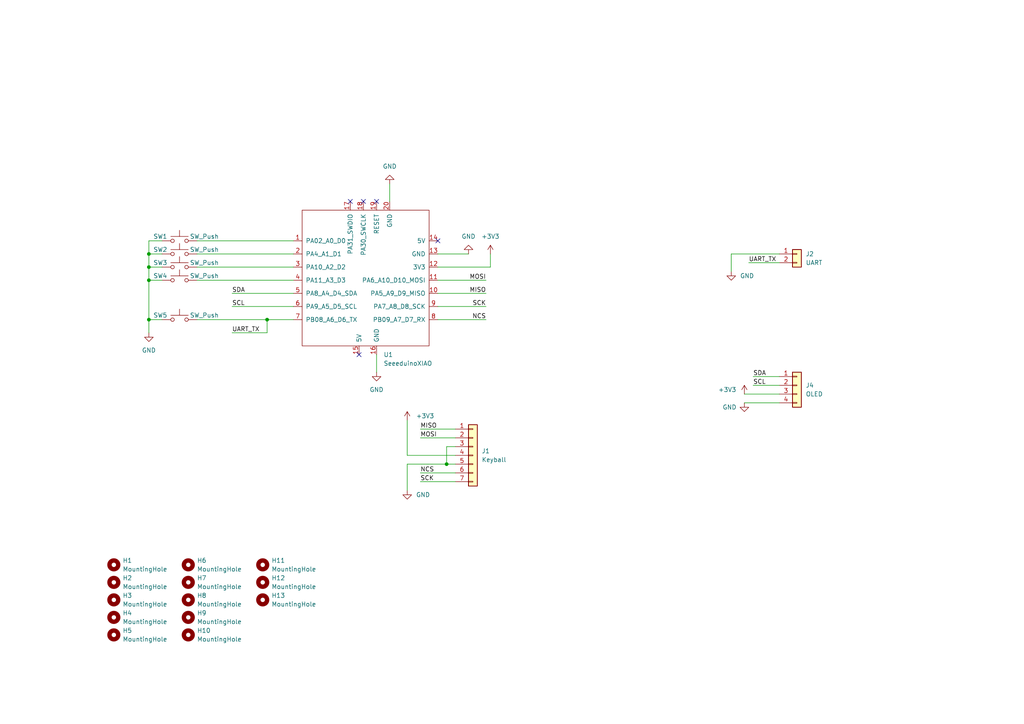
<source format=kicad_sch>
(kicad_sch (version 20211123) (generator eeschema)

  (uuid e63e39d7-6ac0-4ffd-8aa3-1841a4541b55)

  (paper "A4")

  (title_block
    (title "YUIOP/Pointing Device")
    (date "2023-01-24")
    (rev "2")
    (company "KaoriYa")
  )

  (lib_symbols
    (symbol "Connector_Generic:Conn_01x02" (pin_names (offset 1.016) hide) (in_bom yes) (on_board yes)
      (property "Reference" "J" (id 0) (at 0 2.54 0)
        (effects (font (size 1.27 1.27)))
      )
      (property "Value" "Conn_01x02" (id 1) (at 0 -5.08 0)
        (effects (font (size 1.27 1.27)))
      )
      (property "Footprint" "" (id 2) (at 0 0 0)
        (effects (font (size 1.27 1.27)) hide)
      )
      (property "Datasheet" "~" (id 3) (at 0 0 0)
        (effects (font (size 1.27 1.27)) hide)
      )
      (property "ki_keywords" "connector" (id 4) (at 0 0 0)
        (effects (font (size 1.27 1.27)) hide)
      )
      (property "ki_description" "Generic connector, single row, 01x02, script generated (kicad-library-utils/schlib/autogen/connector/)" (id 5) (at 0 0 0)
        (effects (font (size 1.27 1.27)) hide)
      )
      (property "ki_fp_filters" "Connector*:*_1x??_*" (id 6) (at 0 0 0)
        (effects (font (size 1.27 1.27)) hide)
      )
      (symbol "Conn_01x02_1_1"
        (rectangle (start -1.27 -2.413) (end 0 -2.667)
          (stroke (width 0.1524) (type default) (color 0 0 0 0))
          (fill (type none))
        )
        (rectangle (start -1.27 0.127) (end 0 -0.127)
          (stroke (width 0.1524) (type default) (color 0 0 0 0))
          (fill (type none))
        )
        (rectangle (start -1.27 1.27) (end 1.27 -3.81)
          (stroke (width 0.254) (type default) (color 0 0 0 0))
          (fill (type background))
        )
        (pin passive line (at -5.08 0 0) (length 3.81)
          (name "Pin_1" (effects (font (size 1.27 1.27))))
          (number "1" (effects (font (size 1.27 1.27))))
        )
        (pin passive line (at -5.08 -2.54 0) (length 3.81)
          (name "Pin_2" (effects (font (size 1.27 1.27))))
          (number "2" (effects (font (size 1.27 1.27))))
        )
      )
    )
    (symbol "Connector_Generic:Conn_01x04" (pin_names (offset 1.016) hide) (in_bom yes) (on_board yes)
      (property "Reference" "J" (id 0) (at 0 5.08 0)
        (effects (font (size 1.27 1.27)))
      )
      (property "Value" "Conn_01x04" (id 1) (at 0 -7.62 0)
        (effects (font (size 1.27 1.27)))
      )
      (property "Footprint" "" (id 2) (at 0 0 0)
        (effects (font (size 1.27 1.27)) hide)
      )
      (property "Datasheet" "~" (id 3) (at 0 0 0)
        (effects (font (size 1.27 1.27)) hide)
      )
      (property "ki_keywords" "connector" (id 4) (at 0 0 0)
        (effects (font (size 1.27 1.27)) hide)
      )
      (property "ki_description" "Generic connector, single row, 01x04, script generated (kicad-library-utils/schlib/autogen/connector/)" (id 5) (at 0 0 0)
        (effects (font (size 1.27 1.27)) hide)
      )
      (property "ki_fp_filters" "Connector*:*_1x??_*" (id 6) (at 0 0 0)
        (effects (font (size 1.27 1.27)) hide)
      )
      (symbol "Conn_01x04_1_1"
        (rectangle (start -1.27 -4.953) (end 0 -5.207)
          (stroke (width 0.1524) (type default) (color 0 0 0 0))
          (fill (type none))
        )
        (rectangle (start -1.27 -2.413) (end 0 -2.667)
          (stroke (width 0.1524) (type default) (color 0 0 0 0))
          (fill (type none))
        )
        (rectangle (start -1.27 0.127) (end 0 -0.127)
          (stroke (width 0.1524) (type default) (color 0 0 0 0))
          (fill (type none))
        )
        (rectangle (start -1.27 2.667) (end 0 2.413)
          (stroke (width 0.1524) (type default) (color 0 0 0 0))
          (fill (type none))
        )
        (rectangle (start -1.27 3.81) (end 1.27 -6.35)
          (stroke (width 0.254) (type default) (color 0 0 0 0))
          (fill (type background))
        )
        (pin passive line (at -5.08 2.54 0) (length 3.81)
          (name "Pin_1" (effects (font (size 1.27 1.27))))
          (number "1" (effects (font (size 1.27 1.27))))
        )
        (pin passive line (at -5.08 0 0) (length 3.81)
          (name "Pin_2" (effects (font (size 1.27 1.27))))
          (number "2" (effects (font (size 1.27 1.27))))
        )
        (pin passive line (at -5.08 -2.54 0) (length 3.81)
          (name "Pin_3" (effects (font (size 1.27 1.27))))
          (number "3" (effects (font (size 1.27 1.27))))
        )
        (pin passive line (at -5.08 -5.08 0) (length 3.81)
          (name "Pin_4" (effects (font (size 1.27 1.27))))
          (number "4" (effects (font (size 1.27 1.27))))
        )
      )
    )
    (symbol "Connector_Generic:Conn_01x07" (pin_names (offset 1.016) hide) (in_bom yes) (on_board yes)
      (property "Reference" "J" (id 0) (at 0 10.16 0)
        (effects (font (size 1.27 1.27)))
      )
      (property "Value" "Conn_01x07" (id 1) (at 0 -10.16 0)
        (effects (font (size 1.27 1.27)))
      )
      (property "Footprint" "" (id 2) (at 0 0 0)
        (effects (font (size 1.27 1.27)) hide)
      )
      (property "Datasheet" "~" (id 3) (at 0 0 0)
        (effects (font (size 1.27 1.27)) hide)
      )
      (property "ki_keywords" "connector" (id 4) (at 0 0 0)
        (effects (font (size 1.27 1.27)) hide)
      )
      (property "ki_description" "Generic connector, single row, 01x07, script generated (kicad-library-utils/schlib/autogen/connector/)" (id 5) (at 0 0 0)
        (effects (font (size 1.27 1.27)) hide)
      )
      (property "ki_fp_filters" "Connector*:*_1x??_*" (id 6) (at 0 0 0)
        (effects (font (size 1.27 1.27)) hide)
      )
      (symbol "Conn_01x07_1_1"
        (rectangle (start -1.27 -7.493) (end 0 -7.747)
          (stroke (width 0.1524) (type default) (color 0 0 0 0))
          (fill (type none))
        )
        (rectangle (start -1.27 -4.953) (end 0 -5.207)
          (stroke (width 0.1524) (type default) (color 0 0 0 0))
          (fill (type none))
        )
        (rectangle (start -1.27 -2.413) (end 0 -2.667)
          (stroke (width 0.1524) (type default) (color 0 0 0 0))
          (fill (type none))
        )
        (rectangle (start -1.27 0.127) (end 0 -0.127)
          (stroke (width 0.1524) (type default) (color 0 0 0 0))
          (fill (type none))
        )
        (rectangle (start -1.27 2.667) (end 0 2.413)
          (stroke (width 0.1524) (type default) (color 0 0 0 0))
          (fill (type none))
        )
        (rectangle (start -1.27 5.207) (end 0 4.953)
          (stroke (width 0.1524) (type default) (color 0 0 0 0))
          (fill (type none))
        )
        (rectangle (start -1.27 7.747) (end 0 7.493)
          (stroke (width 0.1524) (type default) (color 0 0 0 0))
          (fill (type none))
        )
        (rectangle (start -1.27 8.89) (end 1.27 -8.89)
          (stroke (width 0.254) (type default) (color 0 0 0 0))
          (fill (type background))
        )
        (pin passive line (at -5.08 7.62 0) (length 3.81)
          (name "Pin_1" (effects (font (size 1.27 1.27))))
          (number "1" (effects (font (size 1.27 1.27))))
        )
        (pin passive line (at -5.08 5.08 0) (length 3.81)
          (name "Pin_2" (effects (font (size 1.27 1.27))))
          (number "2" (effects (font (size 1.27 1.27))))
        )
        (pin passive line (at -5.08 2.54 0) (length 3.81)
          (name "Pin_3" (effects (font (size 1.27 1.27))))
          (number "3" (effects (font (size 1.27 1.27))))
        )
        (pin passive line (at -5.08 0 0) (length 3.81)
          (name "Pin_4" (effects (font (size 1.27 1.27))))
          (number "4" (effects (font (size 1.27 1.27))))
        )
        (pin passive line (at -5.08 -2.54 0) (length 3.81)
          (name "Pin_5" (effects (font (size 1.27 1.27))))
          (number "5" (effects (font (size 1.27 1.27))))
        )
        (pin passive line (at -5.08 -5.08 0) (length 3.81)
          (name "Pin_6" (effects (font (size 1.27 1.27))))
          (number "6" (effects (font (size 1.27 1.27))))
        )
        (pin passive line (at -5.08 -7.62 0) (length 3.81)
          (name "Pin_7" (effects (font (size 1.27 1.27))))
          (number "7" (effects (font (size 1.27 1.27))))
        )
      )
    )
    (symbol "Mechanical:MountingHole" (pin_names (offset 1.016)) (in_bom yes) (on_board yes)
      (property "Reference" "H" (id 0) (at 0 5.08 0)
        (effects (font (size 1.27 1.27)))
      )
      (property "Value" "MountingHole" (id 1) (at 0 3.175 0)
        (effects (font (size 1.27 1.27)))
      )
      (property "Footprint" "" (id 2) (at 0 0 0)
        (effects (font (size 1.27 1.27)) hide)
      )
      (property "Datasheet" "~" (id 3) (at 0 0 0)
        (effects (font (size 1.27 1.27)) hide)
      )
      (property "ki_keywords" "mounting hole" (id 4) (at 0 0 0)
        (effects (font (size 1.27 1.27)) hide)
      )
      (property "ki_description" "Mounting Hole without connection" (id 5) (at 0 0 0)
        (effects (font (size 1.27 1.27)) hide)
      )
      (property "ki_fp_filters" "MountingHole*" (id 6) (at 0 0 0)
        (effects (font (size 1.27 1.27)) hide)
      )
      (symbol "MountingHole_0_1"
        (circle (center 0 0) (radius 1.27)
          (stroke (width 1.27) (type default) (color 0 0 0 0))
          (fill (type none))
        )
      )
    )
    (symbol "Seeeduino XIAO:SeeeduinoXIAO" (pin_names (offset 1.016)) (in_bom yes) (on_board yes)
      (property "Reference" "U" (id 0) (at -19.05 22.86 0)
        (effects (font (size 1.27 1.27)))
      )
      (property "Value" "SeeeduinoXIAO" (id 1) (at -12.7 21.59 0)
        (effects (font (size 1.27 1.27)))
      )
      (property "Footprint" "" (id 2) (at -8.89 5.08 0)
        (effects (font (size 1.27 1.27)) hide)
      )
      (property "Datasheet" "" (id 3) (at -8.89 5.08 0)
        (effects (font (size 1.27 1.27)) hide)
      )
      (symbol "SeeeduinoXIAO_0_1"
        (rectangle (start -19.05 20.32) (end 17.78 -19.05)
          (stroke (width 0) (type default) (color 0 0 0 0))
          (fill (type none))
        )
      )
      (symbol "SeeeduinoXIAO_1_1"
        (pin bidirectional line (at -21.59 11.43 0) (length 2.54)
          (name "PA02_A0_D0" (effects (font (size 1.27 1.27))))
          (number "1" (effects (font (size 1.27 1.27))))
        )
        (pin bidirectional line (at 20.32 -3.81 180) (length 2.54)
          (name "PA5_A9_D9_MISO" (effects (font (size 1.27 1.27))))
          (number "10" (effects (font (size 1.27 1.27))))
        )
        (pin bidirectional line (at 20.32 0 180) (length 2.54)
          (name "PA6_A10_D10_MOSI" (effects (font (size 1.27 1.27))))
          (number "11" (effects (font (size 1.27 1.27))))
        )
        (pin power_out line (at 20.32 3.81 180) (length 2.54)
          (name "3V3" (effects (font (size 1.27 1.27))))
          (number "12" (effects (font (size 1.27 1.27))))
        )
        (pin power_out line (at 20.32 7.62 180) (length 2.54)
          (name "GND" (effects (font (size 1.27 1.27))))
          (number "13" (effects (font (size 1.27 1.27))))
        )
        (pin power_out line (at 20.32 11.43 180) (length 2.54)
          (name "5V" (effects (font (size 1.27 1.27))))
          (number "14" (effects (font (size 1.27 1.27))))
        )
        (pin passive line (at -2.54 -21.59 90) (length 2.54)
          (name "5V" (effects (font (size 1.27 1.27))))
          (number "15" (effects (font (size 1.27 1.27))))
        )
        (pin passive line (at 2.54 -21.59 90) (length 2.54)
          (name "GND" (effects (font (size 1.27 1.27))))
          (number "16" (effects (font (size 1.27 1.27))))
        )
        (pin input line (at -5.08 22.86 270) (length 2.54)
          (name "PA31_SWDIO" (effects (font (size 1.27 1.27))))
          (number "17" (effects (font (size 1.27 1.27))))
        )
        (pin input line (at -1.27 22.86 270) (length 2.54)
          (name "PA30_SWCLK" (effects (font (size 1.27 1.27))))
          (number "18" (effects (font (size 1.27 1.27))))
        )
        (pin input line (at 2.54 22.86 270) (length 2.54)
          (name "RESET" (effects (font (size 1.27 1.27))))
          (number "19" (effects (font (size 1.27 1.27))))
        )
        (pin bidirectional line (at -21.59 7.62 0) (length 2.54)
          (name "PA4_A1_D1" (effects (font (size 1.27 1.27))))
          (number "2" (effects (font (size 1.27 1.27))))
        )
        (pin passive line (at 6.35 22.86 270) (length 2.54)
          (name "GND" (effects (font (size 1.27 1.27))))
          (number "20" (effects (font (size 1.27 1.27))))
        )
        (pin bidirectional line (at -21.59 3.81 0) (length 2.54)
          (name "PA10_A2_D2" (effects (font (size 1.27 1.27))))
          (number "3" (effects (font (size 1.27 1.27))))
        )
        (pin bidirectional line (at -21.59 0 0) (length 2.54)
          (name "PA11_A3_D3" (effects (font (size 1.27 1.27))))
          (number "4" (effects (font (size 1.27 1.27))))
        )
        (pin bidirectional line (at -21.59 -3.81 0) (length 2.54)
          (name "PA8_A4_D4_SDA" (effects (font (size 1.27 1.27))))
          (number "5" (effects (font (size 1.27 1.27))))
        )
        (pin bidirectional line (at -21.59 -7.62 0) (length 2.54)
          (name "PA9_A5_D5_SCL" (effects (font (size 1.27 1.27))))
          (number "6" (effects (font (size 1.27 1.27))))
        )
        (pin bidirectional line (at -21.59 -11.43 0) (length 2.54)
          (name "PB08_A6_D6_TX" (effects (font (size 1.27 1.27))))
          (number "7" (effects (font (size 1.27 1.27))))
        )
        (pin bidirectional line (at 20.32 -11.43 180) (length 2.54)
          (name "PB09_A7_D7_RX" (effects (font (size 1.27 1.27))))
          (number "8" (effects (font (size 1.27 1.27))))
        )
        (pin bidirectional line (at 20.32 -7.62 180) (length 2.54)
          (name "PA7_A8_D8_SCK" (effects (font (size 1.27 1.27))))
          (number "9" (effects (font (size 1.27 1.27))))
        )
      )
    )
    (symbol "Switch:SW_Push" (pin_numbers hide) (pin_names (offset 1.016) hide) (in_bom yes) (on_board yes)
      (property "Reference" "SW" (id 0) (at 1.27 2.54 0)
        (effects (font (size 1.27 1.27)) (justify left))
      )
      (property "Value" "SW_Push" (id 1) (at 0 -1.524 0)
        (effects (font (size 1.27 1.27)))
      )
      (property "Footprint" "" (id 2) (at 0 5.08 0)
        (effects (font (size 1.27 1.27)) hide)
      )
      (property "Datasheet" "~" (id 3) (at 0 5.08 0)
        (effects (font (size 1.27 1.27)) hide)
      )
      (property "ki_keywords" "switch normally-open pushbutton push-button" (id 4) (at 0 0 0)
        (effects (font (size 1.27 1.27)) hide)
      )
      (property "ki_description" "Push button switch, generic, two pins" (id 5) (at 0 0 0)
        (effects (font (size 1.27 1.27)) hide)
      )
      (symbol "SW_Push_0_1"
        (circle (center -2.032 0) (radius 0.508)
          (stroke (width 0) (type default) (color 0 0 0 0))
          (fill (type none))
        )
        (polyline
          (pts
            (xy 0 1.27)
            (xy 0 3.048)
          )
          (stroke (width 0) (type default) (color 0 0 0 0))
          (fill (type none))
        )
        (polyline
          (pts
            (xy 2.54 1.27)
            (xy -2.54 1.27)
          )
          (stroke (width 0) (type default) (color 0 0 0 0))
          (fill (type none))
        )
        (circle (center 2.032 0) (radius 0.508)
          (stroke (width 0) (type default) (color 0 0 0 0))
          (fill (type none))
        )
        (pin passive line (at -5.08 0 0) (length 2.54)
          (name "1" (effects (font (size 1.27 1.27))))
          (number "1" (effects (font (size 1.27 1.27))))
        )
        (pin passive line (at 5.08 0 180) (length 2.54)
          (name "2" (effects (font (size 1.27 1.27))))
          (number "2" (effects (font (size 1.27 1.27))))
        )
      )
    )
    (symbol "power:+3.3V" (power) (pin_names (offset 0)) (in_bom yes) (on_board yes)
      (property "Reference" "#PWR" (id 0) (at 0 -3.81 0)
        (effects (font (size 1.27 1.27)) hide)
      )
      (property "Value" "+3.3V" (id 1) (at 0 3.556 0)
        (effects (font (size 1.27 1.27)))
      )
      (property "Footprint" "" (id 2) (at 0 0 0)
        (effects (font (size 1.27 1.27)) hide)
      )
      (property "Datasheet" "" (id 3) (at 0 0 0)
        (effects (font (size 1.27 1.27)) hide)
      )
      (property "ki_keywords" "power-flag" (id 4) (at 0 0 0)
        (effects (font (size 1.27 1.27)) hide)
      )
      (property "ki_description" "Power symbol creates a global label with name \"+3.3V\"" (id 5) (at 0 0 0)
        (effects (font (size 1.27 1.27)) hide)
      )
      (symbol "+3.3V_0_1"
        (polyline
          (pts
            (xy -0.762 1.27)
            (xy 0 2.54)
          )
          (stroke (width 0) (type default) (color 0 0 0 0))
          (fill (type none))
        )
        (polyline
          (pts
            (xy 0 0)
            (xy 0 2.54)
          )
          (stroke (width 0) (type default) (color 0 0 0 0))
          (fill (type none))
        )
        (polyline
          (pts
            (xy 0 2.54)
            (xy 0.762 1.27)
          )
          (stroke (width 0) (type default) (color 0 0 0 0))
          (fill (type none))
        )
      )
      (symbol "+3.3V_1_1"
        (pin power_in line (at 0 0 90) (length 0) hide
          (name "+3V3" (effects (font (size 1.27 1.27))))
          (number "1" (effects (font (size 1.27 1.27))))
        )
      )
    )
    (symbol "power:GND" (power) (pin_names (offset 0)) (in_bom yes) (on_board yes)
      (property "Reference" "#PWR" (id 0) (at 0 -6.35 0)
        (effects (font (size 1.27 1.27)) hide)
      )
      (property "Value" "GND" (id 1) (at 0 -3.81 0)
        (effects (font (size 1.27 1.27)))
      )
      (property "Footprint" "" (id 2) (at 0 0 0)
        (effects (font (size 1.27 1.27)) hide)
      )
      (property "Datasheet" "" (id 3) (at 0 0 0)
        (effects (font (size 1.27 1.27)) hide)
      )
      (property "ki_keywords" "power-flag" (id 4) (at 0 0 0)
        (effects (font (size 1.27 1.27)) hide)
      )
      (property "ki_description" "Power symbol creates a global label with name \"GND\" , ground" (id 5) (at 0 0 0)
        (effects (font (size 1.27 1.27)) hide)
      )
      (symbol "GND_0_1"
        (polyline
          (pts
            (xy 0 0)
            (xy 0 -1.27)
            (xy 1.27 -1.27)
            (xy 0 -2.54)
            (xy -1.27 -1.27)
            (xy 0 -1.27)
          )
          (stroke (width 0) (type default) (color 0 0 0 0))
          (fill (type none))
        )
      )
      (symbol "GND_1_1"
        (pin power_in line (at 0 0 270) (length 0) hide
          (name "GND" (effects (font (size 1.27 1.27))))
          (number "1" (effects (font (size 1.27 1.27))))
        )
      )
    )
  )

  (junction (at 77.47 92.71) (diameter 0) (color 0 0 0 0)
    (uuid 4384aeef-a6b9-466b-97c7-12cdbede1029)
  )
  (junction (at 43.18 92.71) (diameter 0) (color 0 0 0 0)
    (uuid 55ea9dde-331a-4554-860a-c240f1736cb7)
  )
  (junction (at 43.18 81.28) (diameter 0) (color 0 0 0 0)
    (uuid 72a60773-fb53-48f9-a0c1-b7662530b9c6)
  )
  (junction (at 43.18 73.66) (diameter 0) (color 0 0 0 0)
    (uuid a63fa092-b51d-4769-9900-3d186d0d2341)
  )
  (junction (at 129.54 134.62) (diameter 0) (color 0 0 0 0)
    (uuid dc6eeb0d-5778-4ee0-9336-98c770561600)
  )
  (junction (at 43.18 77.47) (diameter 0) (color 0 0 0 0)
    (uuid ece4f2d6-da35-4f73-a392-20b15cb113cb)
  )

  (no_connect (at 104.14 102.87) (uuid 0a36ee82-75f1-43a0-99fc-2cdeea7d1c1c))
  (no_connect (at 127 69.85) (uuid 0f5ea72f-df2e-4f0f-8456-f8b5d2c7d982))
  (no_connect (at 101.6 58.42) (uuid d43221d1-87f4-4ac1-9c13-f0572b2d8d4f))
  (no_connect (at 105.41 58.42) (uuid d43221d1-87f4-4ac1-9c13-f0572b2d8d50))
  (no_connect (at 109.22 58.42) (uuid d43221d1-87f4-4ac1-9c13-f0572b2d8d51))

  (wire (pts (xy 129.54 134.62) (xy 132.08 134.62))
    (stroke (width 0) (type default) (color 0 0 0 0))
    (uuid 04f8a683-d9f4-470b-b943-b367d724faf0)
  )
  (wire (pts (xy 127 81.28) (xy 140.97 81.28))
    (stroke (width 0) (type default) (color 0 0 0 0))
    (uuid 058eefd2-7cea-42dd-9096-ad0a8ac5a1b9)
  )
  (wire (pts (xy 118.11 134.62) (xy 129.54 134.62))
    (stroke (width 0) (type default) (color 0 0 0 0))
    (uuid 0fa79783-2a83-4ddf-abad-1288fc5f086b)
  )
  (wire (pts (xy 226.06 73.66) (xy 212.09 73.66))
    (stroke (width 0) (type default) (color 0 0 0 0))
    (uuid 19b34829-0d2b-4d7e-88d0-18f60c5e9fb7)
  )
  (wire (pts (xy 43.18 69.85) (xy 46.99 69.85))
    (stroke (width 0) (type default) (color 0 0 0 0))
    (uuid 1d1bfc39-c5dc-4c98-8688-306b8d82e0fe)
  )
  (wire (pts (xy 127 88.9) (xy 140.97 88.9))
    (stroke (width 0) (type default) (color 0 0 0 0))
    (uuid 21e46ce2-bf6c-43c1-9fdf-ca7848b8cb0f)
  )
  (wire (pts (xy 43.18 92.71) (xy 43.18 96.52))
    (stroke (width 0) (type default) (color 0 0 0 0))
    (uuid 25626f49-87e9-479d-8738-906a51e3124e)
  )
  (wire (pts (xy 43.18 77.47) (xy 43.18 73.66))
    (stroke (width 0) (type default) (color 0 0 0 0))
    (uuid 272b8f9b-509b-4334-9203-94dd2c774c71)
  )
  (wire (pts (xy 127 92.71) (xy 140.97 92.71))
    (stroke (width 0) (type default) (color 0 0 0 0))
    (uuid 312803dd-1d16-4c4e-8d8a-81ad7652923d)
  )
  (wire (pts (xy 215.9 116.84) (xy 226.06 116.84))
    (stroke (width 0) (type default) (color 0 0 0 0))
    (uuid 35d7ba63-ee57-44ef-b718-2214fa66ee12)
  )
  (wire (pts (xy 118.11 121.92) (xy 118.11 132.08))
    (stroke (width 0) (type default) (color 0 0 0 0))
    (uuid 37a7325a-9a7e-402e-aa13-cd5cb94f03ba)
  )
  (wire (pts (xy 121.92 139.7) (xy 132.08 139.7))
    (stroke (width 0) (type default) (color 0 0 0 0))
    (uuid 3907b815-6593-4040-b995-f9ccf99cb2f4)
  )
  (wire (pts (xy 77.47 96.52) (xy 77.47 92.71))
    (stroke (width 0) (type default) (color 0 0 0 0))
    (uuid 4288864c-95f9-4060-ba3d-a43ed8f9bc55)
  )
  (wire (pts (xy 57.15 81.28) (xy 85.09 81.28))
    (stroke (width 0) (type default) (color 0 0 0 0))
    (uuid 43ccb305-0c8d-4883-bf2f-4b5bd90b3542)
  )
  (wire (pts (xy 57.15 77.47) (xy 85.09 77.47))
    (stroke (width 0) (type default) (color 0 0 0 0))
    (uuid 4d76d039-2c78-4e3c-88fa-048a144bb756)
  )
  (wire (pts (xy 109.22 107.95) (xy 109.22 102.87))
    (stroke (width 0) (type default) (color 0 0 0 0))
    (uuid 50d99407-e336-4e8c-bc76-b44e03170db3)
  )
  (wire (pts (xy 43.18 73.66) (xy 46.99 73.66))
    (stroke (width 0) (type default) (color 0 0 0 0))
    (uuid 51a2bf65-23cb-4b7d-b16a-74de8b84817f)
  )
  (wire (pts (xy 121.92 137.16) (xy 132.08 137.16))
    (stroke (width 0) (type default) (color 0 0 0 0))
    (uuid 5aeba9c8-62ad-4eb0-832e-766fa11c2efd)
  )
  (wire (pts (xy 218.44 111.76) (xy 226.06 111.76))
    (stroke (width 0) (type default) (color 0 0 0 0))
    (uuid 5d26ab4a-a4ae-4422-9f30-afdcaba07c32)
  )
  (wire (pts (xy 67.31 88.9) (xy 85.09 88.9))
    (stroke (width 0) (type default) (color 0 0 0 0))
    (uuid 5fec5323-deb1-41a6-97ba-e7046195b822)
  )
  (wire (pts (xy 113.03 53.34) (xy 113.03 58.42))
    (stroke (width 0) (type default) (color 0 0 0 0))
    (uuid 6864b391-3266-4d12-9f94-cc124760125c)
  )
  (wire (pts (xy 212.09 73.66) (xy 212.09 78.74))
    (stroke (width 0) (type default) (color 0 0 0 0))
    (uuid 6e8cb976-835d-4dea-921c-d814d852f4cb)
  )
  (wire (pts (xy 67.31 96.52) (xy 77.47 96.52))
    (stroke (width 0) (type default) (color 0 0 0 0))
    (uuid 782d7472-093c-4786-8448-81757cf4453b)
  )
  (wire (pts (xy 129.54 129.54) (xy 129.54 134.62))
    (stroke (width 0) (type default) (color 0 0 0 0))
    (uuid 7a14ca6d-e947-4fbe-b46e-003aca454e05)
  )
  (wire (pts (xy 121.92 124.46) (xy 132.08 124.46))
    (stroke (width 0) (type default) (color 0 0 0 0))
    (uuid 7ea81248-e54c-4e30-8f05-1c864ba4edb1)
  )
  (wire (pts (xy 57.15 73.66) (xy 85.09 73.66))
    (stroke (width 0) (type default) (color 0 0 0 0))
    (uuid 86cf8995-8aa3-4c6a-a7d4-6837f8788306)
  )
  (wire (pts (xy 43.18 73.66) (xy 43.18 69.85))
    (stroke (width 0) (type default) (color 0 0 0 0))
    (uuid 8867861e-66c4-43d7-a638-6d94a860d3ea)
  )
  (wire (pts (xy 77.47 92.71) (xy 85.09 92.71))
    (stroke (width 0) (type default) (color 0 0 0 0))
    (uuid 88a6a9a1-fa77-4856-bdab-c9723587977a)
  )
  (wire (pts (xy 43.18 81.28) (xy 43.18 77.47))
    (stroke (width 0) (type default) (color 0 0 0 0))
    (uuid 986f78bc-632a-4725-81f2-02d794445cf9)
  )
  (wire (pts (xy 142.24 77.47) (xy 142.24 73.66))
    (stroke (width 0) (type default) (color 0 0 0 0))
    (uuid 9bf4934d-8fb9-4871-b6e2-2adad7e4b4bc)
  )
  (wire (pts (xy 218.44 109.22) (xy 226.06 109.22))
    (stroke (width 0) (type default) (color 0 0 0 0))
    (uuid 9f95ad0c-e1ad-4a1e-ac2e-ab257fe80636)
  )
  (wire (pts (xy 118.11 142.24) (xy 118.11 134.62))
    (stroke (width 0) (type default) (color 0 0 0 0))
    (uuid aa74ddf8-3423-4c0d-8636-d2a6cd775b1c)
  )
  (wire (pts (xy 121.92 127) (xy 132.08 127))
    (stroke (width 0) (type default) (color 0 0 0 0))
    (uuid aeccd457-2a5f-42f9-b34e-58997a487a37)
  )
  (wire (pts (xy 127 77.47) (xy 142.24 77.47))
    (stroke (width 0) (type default) (color 0 0 0 0))
    (uuid bb623f16-5015-4405-8535-b426b5469c0c)
  )
  (wire (pts (xy 215.9 114.3) (xy 226.06 114.3))
    (stroke (width 0) (type default) (color 0 0 0 0))
    (uuid bb809ba7-6199-413e-9012-b765840e8163)
  )
  (wire (pts (xy 57.15 69.85) (xy 85.09 69.85))
    (stroke (width 0) (type default) (color 0 0 0 0))
    (uuid ccec0b7c-ea7b-466b-98b3-31ddbf9055bf)
  )
  (wire (pts (xy 43.18 81.28) (xy 43.18 92.71))
    (stroke (width 0) (type default) (color 0 0 0 0))
    (uuid cdb968da-1896-4cb8-ad26-3f3401158b46)
  )
  (wire (pts (xy 43.18 77.47) (xy 46.99 77.47))
    (stroke (width 0) (type default) (color 0 0 0 0))
    (uuid cdc7a6ff-ece7-42b3-803b-93f5bfe3e3b9)
  )
  (wire (pts (xy 67.31 85.09) (xy 85.09 85.09))
    (stroke (width 0) (type default) (color 0 0 0 0))
    (uuid d42df398-8bc1-4bce-a1b7-434fd8cc2ca2)
  )
  (wire (pts (xy 118.11 132.08) (xy 132.08 132.08))
    (stroke (width 0) (type default) (color 0 0 0 0))
    (uuid d6628cc4-b0f3-4a45-b872-3c6b3f89bfee)
  )
  (wire (pts (xy 43.18 81.28) (xy 46.99 81.28))
    (stroke (width 0) (type default) (color 0 0 0 0))
    (uuid d74b97cb-3846-486a-8bca-50b350e6620f)
  )
  (wire (pts (xy 217.17 76.2) (xy 226.06 76.2))
    (stroke (width 0) (type default) (color 0 0 0 0))
    (uuid df07d75a-7bb0-4031-b40b-3d383c745b5a)
  )
  (wire (pts (xy 57.15 92.71) (xy 77.47 92.71))
    (stroke (width 0) (type default) (color 0 0 0 0))
    (uuid e0ba8e79-a40c-451d-ba99-eeffcd068227)
  )
  (wire (pts (xy 43.18 92.71) (xy 46.99 92.71))
    (stroke (width 0) (type default) (color 0 0 0 0))
    (uuid e0e0225d-f3f4-4560-a40a-20beae2e800a)
  )
  (wire (pts (xy 127 85.09) (xy 140.97 85.09))
    (stroke (width 0) (type default) (color 0 0 0 0))
    (uuid e0e6631f-308a-4717-ac41-fec891796090)
  )
  (wire (pts (xy 132.08 129.54) (xy 129.54 129.54))
    (stroke (width 0) (type default) (color 0 0 0 0))
    (uuid e7d094e8-45fa-41a4-9cd0-d67cba877311)
  )
  (wire (pts (xy 127 73.66) (xy 135.89 73.66))
    (stroke (width 0) (type default) (color 0 0 0 0))
    (uuid ea01c4be-a7d9-4a5d-b349-89df0b0170eb)
  )

  (label "SCK" (at 121.92 139.7 0)
    (effects (font (size 1.27 1.27)) (justify left bottom))
    (uuid 10f6876f-0cd2-4188-bcea-27c872195da2)
  )
  (label "SCL" (at 218.44 111.76 0)
    (effects (font (size 1.27 1.27)) (justify left bottom))
    (uuid 62dfaf99-65e6-4203-9b58-b46a892ec8c4)
  )
  (label "UART_TX" (at 67.31 96.52 0)
    (effects (font (size 1.27 1.27)) (justify left bottom))
    (uuid 773d00f3-9f9c-4964-9d74-7f399cf6e6cd)
  )
  (label "SDA" (at 67.31 85.09 0)
    (effects (font (size 1.27 1.27)) (justify left bottom))
    (uuid 88395bc6-56cc-4725-8eae-1797c6ddd369)
  )
  (label "MOSI" (at 140.97 81.28 180)
    (effects (font (size 1.27 1.27)) (justify right bottom))
    (uuid 8d1e119e-7648-4a88-b370-7d4451d41775)
  )
  (label "MISO" (at 121.92 124.46 0)
    (effects (font (size 1.27 1.27)) (justify left bottom))
    (uuid 9118d4e3-ce59-4229-82b1-e33cf766a559)
  )
  (label "MISO" (at 140.97 85.09 180)
    (effects (font (size 1.27 1.27)) (justify right bottom))
    (uuid a4aeeede-9401-4376-befa-4f76a42bd25a)
  )
  (label "SCK" (at 140.97 88.9 180)
    (effects (font (size 1.27 1.27)) (justify right bottom))
    (uuid ac39d191-a184-431e-aac0-ea881ee70d70)
  )
  (label "SDA" (at 218.44 109.22 0)
    (effects (font (size 1.27 1.27)) (justify left bottom))
    (uuid bf9c6320-6e01-407e-b4d9-fc6487f1bdfa)
  )
  (label "MOSI" (at 121.92 127 0)
    (effects (font (size 1.27 1.27)) (justify left bottom))
    (uuid cae7bc84-ed11-4a83-8508-2b22fd271aea)
  )
  (label "NCS" (at 140.97 92.71 180)
    (effects (font (size 1.27 1.27)) (justify right bottom))
    (uuid ce7267e5-1e42-49bc-bd64-b8465f0941cc)
  )
  (label "SCL" (at 67.31 88.9 0)
    (effects (font (size 1.27 1.27)) (justify left bottom))
    (uuid d571dfe6-2cb5-438c-b5fe-38679cd9a68a)
  )
  (label "NCS" (at 121.92 137.16 0)
    (effects (font (size 1.27 1.27)) (justify left bottom))
    (uuid dabfd1b4-f9a9-4cbe-81e8-41bf176ea89b)
  )
  (label "UART_TX" (at 217.17 76.2 0)
    (effects (font (size 1.27 1.27)) (justify left bottom))
    (uuid ddc3343a-b2bc-433c-bbce-b0621401992c)
  )

  (symbol (lib_id "power:GND") (at 212.09 78.74 0) (unit 1)
    (in_bom yes) (on_board yes) (fields_autoplaced)
    (uuid 085caa9a-9a9c-4c23-964c-c4290424ef73)
    (property "Reference" "#PWR08" (id 0) (at 212.09 85.09 0)
      (effects (font (size 1.27 1.27)) hide)
    )
    (property "Value" "GND" (id 1) (at 214.63 80.0099 0)
      (effects (font (size 1.27 1.27)) (justify left))
    )
    (property "Footprint" "" (id 2) (at 212.09 78.74 0)
      (effects (font (size 1.27 1.27)) hide)
    )
    (property "Datasheet" "" (id 3) (at 212.09 78.74 0)
      (effects (font (size 1.27 1.27)) hide)
    )
    (pin "1" (uuid 906e41ef-4de7-4199-9f40-2b8442c2d050))
  )

  (symbol (lib_id "power:GND") (at 215.9 116.84 0) (unit 1)
    (in_bom yes) (on_board yes)
    (uuid 0c590783-9061-4a85-b7f8-08abfe1138da)
    (property "Reference" "#PWR0101" (id 0) (at 215.9 123.19 0)
      (effects (font (size 1.27 1.27)) hide)
    )
    (property "Value" "GND" (id 1) (at 209.55 118.11 0)
      (effects (font (size 1.27 1.27)) (justify left))
    )
    (property "Footprint" "" (id 2) (at 215.9 116.84 0)
      (effects (font (size 1.27 1.27)) hide)
    )
    (property "Datasheet" "" (id 3) (at 215.9 116.84 0)
      (effects (font (size 1.27 1.27)) hide)
    )
    (pin "1" (uuid d03253a2-e6f4-4d21-88d2-74dede150ff9))
  )

  (symbol (lib_id "Connector_Generic:Conn_01x04") (at 231.14 111.76 0) (unit 1)
    (in_bom yes) (on_board yes) (fields_autoplaced)
    (uuid 0ccba58d-e7c5-4563-807a-43c19d9a37df)
    (property "Reference" "J4" (id 0) (at 233.68 111.7599 0)
      (effects (font (size 1.27 1.27)) (justify left))
    )
    (property "Value" "OLED" (id 1) (at 233.68 114.2999 0)
      (effects (font (size 1.27 1.27)) (justify left))
    )
    (property "Footprint" "yuiop:OLED_128x32" (id 2) (at 231.14 111.76 0)
      (effects (font (size 1.27 1.27)) hide)
    )
    (property "Datasheet" "~" (id 3) (at 231.14 111.76 0)
      (effects (font (size 1.27 1.27)) hide)
    )
    (pin "1" (uuid ee480fb0-00b2-4dc4-b6ad-114d598b0a74))
    (pin "2" (uuid 8c5b845b-15f9-4eb8-8f01-4401ed7864a5))
    (pin "3" (uuid c0f19eaa-df4a-4cfd-9146-292b7f7d1465))
    (pin "4" (uuid 4a232748-6df4-4b9d-b176-4e8f2d6d0b29))
  )

  (symbol (lib_id "Mechanical:MountingHole") (at 76.2 163.83 0) (unit 1)
    (in_bom yes) (on_board yes) (fields_autoplaced)
    (uuid 21ca756f-3477-4ce7-b401-446af31305b1)
    (property "Reference" "H11" (id 0) (at 78.74 162.5599 0)
      (effects (font (size 1.27 1.27)) (justify left))
    )
    (property "Value" "MountingHole" (id 1) (at 78.74 165.0999 0)
      (effects (font (size 1.27 1.27)) (justify left))
    )
    (property "Footprint" "MountingHole:MountingHole_2.1mm" (id 2) (at 76.2 163.83 0)
      (effects (font (size 1.27 1.27)) hide)
    )
    (property "Datasheet" "~" (id 3) (at 76.2 163.83 0)
      (effects (font (size 1.27 1.27)) hide)
    )
  )

  (symbol (lib_id "Connector_Generic:Conn_01x02") (at 231.14 73.66 0) (unit 1)
    (in_bom yes) (on_board yes) (fields_autoplaced)
    (uuid 2abc8331-6740-40a3-ab24-610bd13d6dab)
    (property "Reference" "J2" (id 0) (at 233.68 73.6599 0)
      (effects (font (size 1.27 1.27)) (justify left))
    )
    (property "Value" "UART" (id 1) (at 233.68 76.1999 0)
      (effects (font (size 1.27 1.27)) (justify left))
    )
    (property "Footprint" "Connector_PinHeader_2.54mm:PinHeader_1x02_P2.54mm_Vertical" (id 2) (at 231.14 73.66 0)
      (effects (font (size 1.27 1.27)) hide)
    )
    (property "Datasheet" "~" (id 3) (at 231.14 73.66 0)
      (effects (font (size 1.27 1.27)) hide)
    )
    (pin "1" (uuid 2a1282f6-f534-4350-a1b2-2141f787deba))
    (pin "2" (uuid 3031f8d0-3894-4aec-8edd-b36e19304272))
  )

  (symbol (lib_id "Mechanical:MountingHole") (at 54.61 168.91 0) (unit 1)
    (in_bom yes) (on_board yes) (fields_autoplaced)
    (uuid 31c9194b-2717-4e4e-8cbd-f2ac51541a94)
    (property "Reference" "H7" (id 0) (at 57.15 167.6399 0)
      (effects (font (size 1.27 1.27)) (justify left))
    )
    (property "Value" "MountingHole" (id 1) (at 57.15 170.1799 0)
      (effects (font (size 1.27 1.27)) (justify left))
    )
    (property "Footprint" "MountingHole:MountingHole_2.1mm" (id 2) (at 54.61 168.91 0)
      (effects (font (size 1.27 1.27)) hide)
    )
    (property "Datasheet" "~" (id 3) (at 54.61 168.91 0)
      (effects (font (size 1.27 1.27)) hide)
    )
  )

  (symbol (lib_id "Switch:SW_Push") (at 52.07 73.66 0) (unit 1)
    (in_bom yes) (on_board yes)
    (uuid 37ca830b-3946-4abe-ae91-50f735131f35)
    (property "Reference" "SW2" (id 0) (at 44.45 72.39 0)
      (effects (font (size 1.27 1.27)) (justify left))
    )
    (property "Value" "SW_Push" (id 1) (at 63.5 72.39 0)
      (effects (font (size 1.27 1.27)) (justify right))
    )
    (property "Footprint" "yuiop:SW_PUSH-12mm_v2" (id 2) (at 52.07 68.58 0)
      (effects (font (size 1.27 1.27)) hide)
    )
    (property "Datasheet" "~" (id 3) (at 52.07 68.58 0)
      (effects (font (size 1.27 1.27)) hide)
    )
    (pin "1" (uuid 1ee86499-ea61-42cd-a554-d312a886379e))
    (pin "2" (uuid 28aa3360-85c4-4a50-8692-b847efc42d81))
  )

  (symbol (lib_id "Mechanical:MountingHole") (at 33.02 184.15 0) (unit 1)
    (in_bom yes) (on_board yes) (fields_autoplaced)
    (uuid 39ea8e29-0ec6-4fa5-8583-d656ac94d88e)
    (property "Reference" "H5" (id 0) (at 35.56 182.8799 0)
      (effects (font (size 1.27 1.27)) (justify left))
    )
    (property "Value" "MountingHole" (id 1) (at 35.56 185.4199 0)
      (effects (font (size 1.27 1.27)) (justify left))
    )
    (property "Footprint" "MountingHole:MountingHole_2.1mm" (id 2) (at 33.02 184.15 0)
      (effects (font (size 1.27 1.27)) hide)
    )
    (property "Datasheet" "~" (id 3) (at 33.02 184.15 0)
      (effects (font (size 1.27 1.27)) hide)
    )
  )

  (symbol (lib_id "Switch:SW_Push") (at 52.07 77.47 0) (unit 1)
    (in_bom yes) (on_board yes)
    (uuid 3fddf6f3-bd4b-4961-bcfd-c69ae551a82f)
    (property "Reference" "SW3" (id 0) (at 44.45 76.2 0)
      (effects (font (size 1.27 1.27)) (justify left))
    )
    (property "Value" "SW_Push" (id 1) (at 63.5 76.2 0)
      (effects (font (size 1.27 1.27)) (justify right))
    )
    (property "Footprint" "yuiop:SW_PUSH-12mm_v2" (id 2) (at 52.07 72.39 0)
      (effects (font (size 1.27 1.27)) hide)
    )
    (property "Datasheet" "~" (id 3) (at 52.07 72.39 0)
      (effects (font (size 1.27 1.27)) hide)
    )
    (pin "1" (uuid 5c697cf7-6ba5-47c4-96d7-bf093aadbb99))
    (pin "2" (uuid eba231e3-e5d3-4761-8730-277a60ba5ee3))
  )

  (symbol (lib_id "Mechanical:MountingHole") (at 33.02 173.99 0) (unit 1)
    (in_bom yes) (on_board yes) (fields_autoplaced)
    (uuid 5e3bbe23-574c-42ff-9e2a-f4dcde18a61c)
    (property "Reference" "H3" (id 0) (at 35.56 172.7199 0)
      (effects (font (size 1.27 1.27)) (justify left))
    )
    (property "Value" "MountingHole" (id 1) (at 35.56 175.2599 0)
      (effects (font (size 1.27 1.27)) (justify left))
    )
    (property "Footprint" "MountingHole:MountingHole_2.1mm" (id 2) (at 33.02 173.99 0)
      (effects (font (size 1.27 1.27)) hide)
    )
    (property "Datasheet" "~" (id 3) (at 33.02 173.99 0)
      (effects (font (size 1.27 1.27)) hide)
    )
  )

  (symbol (lib_id "power:GND") (at 43.18 96.52 0) (unit 1)
    (in_bom yes) (on_board yes) (fields_autoplaced)
    (uuid 5f75835e-af75-4fac-ad37-47cbdf540132)
    (property "Reference" "#PWR07" (id 0) (at 43.18 102.87 0)
      (effects (font (size 1.27 1.27)) hide)
    )
    (property "Value" "GND" (id 1) (at 43.18 101.6 0))
    (property "Footprint" "" (id 2) (at 43.18 96.52 0)
      (effects (font (size 1.27 1.27)) hide)
    )
    (property "Datasheet" "" (id 3) (at 43.18 96.52 0)
      (effects (font (size 1.27 1.27)) hide)
    )
    (pin "1" (uuid 3fc39f10-2ae0-4fd2-9e6b-dff5dc417131))
  )

  (symbol (lib_id "power:+3.3V") (at 142.24 73.66 0) (unit 1)
    (in_bom yes) (on_board yes) (fields_autoplaced)
    (uuid 7b987af7-a1af-4fe0-b7b8-61ea1d2fff21)
    (property "Reference" "#PWR05" (id 0) (at 142.24 77.47 0)
      (effects (font (size 1.27 1.27)) hide)
    )
    (property "Value" "+3.3V" (id 1) (at 142.24 68.58 0))
    (property "Footprint" "" (id 2) (at 142.24 73.66 0)
      (effects (font (size 1.27 1.27)) hide)
    )
    (property "Datasheet" "" (id 3) (at 142.24 73.66 0)
      (effects (font (size 1.27 1.27)) hide)
    )
    (pin "1" (uuid 19efc3ac-4df5-4651-ab7b-0deb24170696))
  )

  (symbol (lib_id "power:GND") (at 109.22 107.95 0) (unit 1)
    (in_bom yes) (on_board yes)
    (uuid 7fc08f7c-e60d-469b-83a9-deaf32b4d580)
    (property "Reference" "#PWR09" (id 0) (at 109.22 114.3 0)
      (effects (font (size 1.27 1.27)) hide)
    )
    (property "Value" "GND" (id 1) (at 109.22 113.03 0))
    (property "Footprint" "" (id 2) (at 109.22 107.95 0)
      (effects (font (size 1.27 1.27)) hide)
    )
    (property "Datasheet" "" (id 3) (at 109.22 107.95 0)
      (effects (font (size 1.27 1.27)) hide)
    )
    (pin "1" (uuid 448feb40-dba7-41a8-9fe8-36de1e0695b1))
  )

  (symbol (lib_id "Connector_Generic:Conn_01x07") (at 137.16 132.08 0) (unit 1)
    (in_bom yes) (on_board yes) (fields_autoplaced)
    (uuid 859b4f81-8868-47ef-bbdd-f9c59b9c802d)
    (property "Reference" "J1" (id 0) (at 139.7 130.8099 0)
      (effects (font (size 1.27 1.27)) (justify left))
    )
    (property "Value" "Keyball" (id 1) (at 139.7 133.3499 0)
      (effects (font (size 1.27 1.27)) (justify left))
    )
    (property "Footprint" "yuiop:KeyballSensor_on_PCB" (id 2) (at 137.16 132.08 0)
      (effects (font (size 1.27 1.27)) hide)
    )
    (property "Datasheet" "~" (id 3) (at 137.16 132.08 0)
      (effects (font (size 1.27 1.27)) hide)
    )
    (pin "1" (uuid 97ad7dbd-f481-45db-9b3b-7102a2062e97))
    (pin "2" (uuid 56f61727-30ed-463f-ab12-58afef12d563))
    (pin "3" (uuid b644b92c-83a3-4402-a87c-a1636e79c13a))
    (pin "4" (uuid c600fc6e-0afc-47f7-9393-573225c28d16))
    (pin "5" (uuid 59cb3358-aed1-482c-91e1-1d13b3d90d6f))
    (pin "6" (uuid 3e1870d8-ab4c-4ebe-8e28-7fb16ae28585))
    (pin "7" (uuid 3898bb04-cfe5-49c7-ad3c-2bf7b21209b0))
  )

  (symbol (lib_id "power:+3.3V") (at 215.9 114.3 0) (unit 1)
    (in_bom yes) (on_board yes)
    (uuid 86383b33-c9d7-4c7e-b0a9-6216ac0ca782)
    (property "Reference" "#PWR0102" (id 0) (at 215.9 118.11 0)
      (effects (font (size 1.27 1.27)) hide)
    )
    (property "Value" "+3.3V" (id 1) (at 208.28 113.03 0)
      (effects (font (size 1.27 1.27)) (justify left))
    )
    (property "Footprint" "" (id 2) (at 215.9 114.3 0)
      (effects (font (size 1.27 1.27)) hide)
    )
    (property "Datasheet" "" (id 3) (at 215.9 114.3 0)
      (effects (font (size 1.27 1.27)) hide)
    )
    (pin "1" (uuid ef5da167-a8e5-43a1-b2b5-37369eca218a))
  )

  (symbol (lib_id "power:GND") (at 113.03 53.34 180) (unit 1)
    (in_bom yes) (on_board yes) (fields_autoplaced)
    (uuid 8b3c79f2-9c53-4b8a-ab82-9011ae640525)
    (property "Reference" "#PWR01" (id 0) (at 113.03 46.99 0)
      (effects (font (size 1.27 1.27)) hide)
    )
    (property "Value" "GND" (id 1) (at 113.03 48.26 0))
    (property "Footprint" "" (id 2) (at 113.03 53.34 0)
      (effects (font (size 1.27 1.27)) hide)
    )
    (property "Datasheet" "" (id 3) (at 113.03 53.34 0)
      (effects (font (size 1.27 1.27)) hide)
    )
    (pin "1" (uuid a9e5b429-f8f6-4f06-b389-ab11fad0df10))
  )

  (symbol (lib_id "Mechanical:MountingHole") (at 54.61 179.07 0) (unit 1)
    (in_bom yes) (on_board yes) (fields_autoplaced)
    (uuid 8ca05e0f-f83e-4e55-9312-cc18e34e6afd)
    (property "Reference" "H9" (id 0) (at 57.15 177.7999 0)
      (effects (font (size 1.27 1.27)) (justify left))
    )
    (property "Value" "MountingHole" (id 1) (at 57.15 180.3399 0)
      (effects (font (size 1.27 1.27)) (justify left))
    )
    (property "Footprint" "MountingHole:MountingHole_2.1mm" (id 2) (at 54.61 179.07 0)
      (effects (font (size 1.27 1.27)) hide)
    )
    (property "Datasheet" "~" (id 3) (at 54.61 179.07 0)
      (effects (font (size 1.27 1.27)) hide)
    )
  )

  (symbol (lib_id "power:GND") (at 135.89 73.66 180) (unit 1)
    (in_bom yes) (on_board yes) (fields_autoplaced)
    (uuid 93251b03-1df0-4398-8b80-ab28e0839e71)
    (property "Reference" "#PWR04" (id 0) (at 135.89 67.31 0)
      (effects (font (size 1.27 1.27)) hide)
    )
    (property "Value" "GND" (id 1) (at 135.89 68.58 0))
    (property "Footprint" "" (id 2) (at 135.89 73.66 0)
      (effects (font (size 1.27 1.27)) hide)
    )
    (property "Datasheet" "" (id 3) (at 135.89 73.66 0)
      (effects (font (size 1.27 1.27)) hide)
    )
    (pin "1" (uuid af61cc58-03ff-4fa0-bd87-39ade8aed7cd))
  )

  (symbol (lib_id "Mechanical:MountingHole") (at 33.02 179.07 0) (unit 1)
    (in_bom yes) (on_board yes) (fields_autoplaced)
    (uuid 9c5923d9-311b-4380-babe-fa1496378b0c)
    (property "Reference" "H4" (id 0) (at 35.56 177.7999 0)
      (effects (font (size 1.27 1.27)) (justify left))
    )
    (property "Value" "MountingHole" (id 1) (at 35.56 180.3399 0)
      (effects (font (size 1.27 1.27)) (justify left))
    )
    (property "Footprint" "MountingHole:MountingHole_2.1mm" (id 2) (at 33.02 179.07 0)
      (effects (font (size 1.27 1.27)) hide)
    )
    (property "Datasheet" "~" (id 3) (at 33.02 179.07 0)
      (effects (font (size 1.27 1.27)) hide)
    )
  )

  (symbol (lib_id "Mechanical:MountingHole") (at 33.02 163.83 0) (unit 1)
    (in_bom yes) (on_board yes)
    (uuid ae249e7e-c862-45c2-9d10-1c0bc2d59dc2)
    (property "Reference" "H1" (id 0) (at 35.56 162.5599 0)
      (effects (font (size 1.27 1.27)) (justify left))
    )
    (property "Value" "MountingHole" (id 1) (at 35.56 165.0999 0)
      (effects (font (size 1.27 1.27)) (justify left))
    )
    (property "Footprint" "MountingHole:MountingHole_2.1mm" (id 2) (at 33.02 163.83 0)
      (effects (font (size 1.27 1.27)) hide)
    )
    (property "Datasheet" "~" (id 3) (at 33.02 163.83 0)
      (effects (font (size 1.27 1.27)) hide)
    )
  )

  (symbol (lib_id "Mechanical:MountingHole") (at 33.02 168.91 0) (unit 1)
    (in_bom yes) (on_board yes) (fields_autoplaced)
    (uuid b411f08b-9ff0-48a5-8e0d-78bfee6a7b58)
    (property "Reference" "H2" (id 0) (at 35.56 167.6399 0)
      (effects (font (size 1.27 1.27)) (justify left))
    )
    (property "Value" "MountingHole" (id 1) (at 35.56 170.1799 0)
      (effects (font (size 1.27 1.27)) (justify left))
    )
    (property "Footprint" "MountingHole:MountingHole_2.1mm" (id 2) (at 33.02 168.91 0)
      (effects (font (size 1.27 1.27)) hide)
    )
    (property "Datasheet" "~" (id 3) (at 33.02 168.91 0)
      (effects (font (size 1.27 1.27)) hide)
    )
  )

  (symbol (lib_id "Switch:SW_Push") (at 52.07 69.85 0) (unit 1)
    (in_bom yes) (on_board yes)
    (uuid c2330663-55c7-4aca-a3ca-75e2dc2f61c0)
    (property "Reference" "SW1" (id 0) (at 44.45 68.58 0)
      (effects (font (size 1.27 1.27)) (justify left))
    )
    (property "Value" "SW_Push" (id 1) (at 63.5 68.58 0)
      (effects (font (size 1.27 1.27)) (justify right))
    )
    (property "Footprint" "yuiop:SW_PUSH-12mm_v2" (id 2) (at 52.07 64.77 0)
      (effects (font (size 1.27 1.27)) hide)
    )
    (property "Datasheet" "~" (id 3) (at 52.07 64.77 0)
      (effects (font (size 1.27 1.27)) hide)
    )
    (pin "1" (uuid 9869c2ec-68df-43ba-9641-a363b9f334d2))
    (pin "2" (uuid af510903-25d9-4e3a-85fb-8ebdbc07a427))
  )

  (symbol (lib_id "Mechanical:MountingHole") (at 54.61 163.83 0) (unit 1)
    (in_bom yes) (on_board yes) (fields_autoplaced)
    (uuid c976a384-4574-48a8-95b3-389f100b0740)
    (property "Reference" "H6" (id 0) (at 57.15 162.5599 0)
      (effects (font (size 1.27 1.27)) (justify left))
    )
    (property "Value" "MountingHole" (id 1) (at 57.15 165.0999 0)
      (effects (font (size 1.27 1.27)) (justify left))
    )
    (property "Footprint" "MountingHole:MountingHole_2.1mm" (id 2) (at 54.61 163.83 0)
      (effects (font (size 1.27 1.27)) hide)
    )
    (property "Datasheet" "~" (id 3) (at 54.61 163.83 0)
      (effects (font (size 1.27 1.27)) hide)
    )
  )

  (symbol (lib_id "Switch:SW_Push") (at 52.07 81.28 0) (unit 1)
    (in_bom yes) (on_board yes)
    (uuid d5e3c9ce-7547-444a-ae34-609ca9b7b627)
    (property "Reference" "SW4" (id 0) (at 44.45 80.01 0)
      (effects (font (size 1.27 1.27)) (justify left))
    )
    (property "Value" "SW_Push" (id 1) (at 63.5 80.01 0)
      (effects (font (size 1.27 1.27)) (justify right))
    )
    (property "Footprint" "yuiop:SW_PUSH-12mm_v2" (id 2) (at 52.07 76.2 0)
      (effects (font (size 1.27 1.27)) hide)
    )
    (property "Datasheet" "~" (id 3) (at 52.07 76.2 0)
      (effects (font (size 1.27 1.27)) hide)
    )
    (pin "1" (uuid 170ffee0-afdb-4058-bdd3-ce8df9926ac7))
    (pin "2" (uuid 68432fe1-f47d-4433-91a9-f2315552c4c3))
  )

  (symbol (lib_id "Switch:SW_Push") (at 52.07 92.71 0) (unit 1)
    (in_bom yes) (on_board yes)
    (uuid d713a356-6e07-402d-bb59-0ebedc0ca5bc)
    (property "Reference" "SW5" (id 0) (at 44.45 91.44 0)
      (effects (font (size 1.27 1.27)) (justify left))
    )
    (property "Value" "SW_Push" (id 1) (at 63.5 91.44 0)
      (effects (font (size 1.27 1.27)) (justify right))
    )
    (property "Footprint" "yuiop:SW_PUSH-12mm_v2" (id 2) (at 52.07 87.63 0)
      (effects (font (size 1.27 1.27)) hide)
    )
    (property "Datasheet" "~" (id 3) (at 52.07 87.63 0)
      (effects (font (size 1.27 1.27)) hide)
    )
    (pin "1" (uuid f28e0f09-8519-4a24-a7aa-2e5936bb6c3e))
    (pin "2" (uuid df5e49c6-770d-49a3-bf1b-c97c8450671f))
  )

  (symbol (lib_id "Mechanical:MountingHole") (at 54.61 173.99 0) (unit 1)
    (in_bom yes) (on_board yes) (fields_autoplaced)
    (uuid e1bd0b1d-a4fa-474a-a191-1f1a580e7d4b)
    (property "Reference" "H8" (id 0) (at 57.15 172.7199 0)
      (effects (font (size 1.27 1.27)) (justify left))
    )
    (property "Value" "MountingHole" (id 1) (at 57.15 175.2599 0)
      (effects (font (size 1.27 1.27)) (justify left))
    )
    (property "Footprint" "MountingHole:MountingHole_2.1mm" (id 2) (at 54.61 173.99 0)
      (effects (font (size 1.27 1.27)) hide)
    )
    (property "Datasheet" "~" (id 3) (at 54.61 173.99 0)
      (effects (font (size 1.27 1.27)) hide)
    )
  )

  (symbol (lib_id "power:+3.3V") (at 118.11 121.92 0) (unit 1)
    (in_bom yes) (on_board yes) (fields_autoplaced)
    (uuid e5c30417-d536-4cb6-b8ce-6f9bd0f49506)
    (property "Reference" "#PWR02" (id 0) (at 118.11 125.73 0)
      (effects (font (size 1.27 1.27)) hide)
    )
    (property "Value" "+3.3V" (id 1) (at 120.65 120.6499 0)
      (effects (font (size 1.27 1.27)) (justify left))
    )
    (property "Footprint" "" (id 2) (at 118.11 121.92 0)
      (effects (font (size 1.27 1.27)) hide)
    )
    (property "Datasheet" "" (id 3) (at 118.11 121.92 0)
      (effects (font (size 1.27 1.27)) hide)
    )
    (pin "1" (uuid 3504c6df-aaaf-4780-ac7b-47c4c100913e))
  )

  (symbol (lib_id "Mechanical:MountingHole") (at 54.61 184.15 0) (unit 1)
    (in_bom yes) (on_board yes) (fields_autoplaced)
    (uuid e8a49c58-e69f-4870-ab15-e73f66a8d02b)
    (property "Reference" "H10" (id 0) (at 57.15 182.8799 0)
      (effects (font (size 1.27 1.27)) (justify left))
    )
    (property "Value" "MountingHole" (id 1) (at 57.15 185.4199 0)
      (effects (font (size 1.27 1.27)) (justify left))
    )
    (property "Footprint" "MountingHole:MountingHole_2.1mm" (id 2) (at 54.61 184.15 0)
      (effects (font (size 1.27 1.27)) hide)
    )
    (property "Datasheet" "~" (id 3) (at 54.61 184.15 0)
      (effects (font (size 1.27 1.27)) hide)
    )
  )

  (symbol (lib_id "Mechanical:MountingHole") (at 76.2 173.99 0) (unit 1)
    (in_bom yes) (on_board yes) (fields_autoplaced)
    (uuid eacccbd5-168c-4a45-b441-88af3d877755)
    (property "Reference" "H13" (id 0) (at 78.74 172.7199 0)
      (effects (font (size 1.27 1.27)) (justify left))
    )
    (property "Value" "MountingHole" (id 1) (at 78.74 175.2599 0)
      (effects (font (size 1.27 1.27)) (justify left))
    )
    (property "Footprint" "MountingHole:MountingHole_2.1mm" (id 2) (at 76.2 173.99 0)
      (effects (font (size 1.27 1.27)) hide)
    )
    (property "Datasheet" "~" (id 3) (at 76.2 173.99 0)
      (effects (font (size 1.27 1.27)) hide)
    )
  )

  (symbol (lib_id "power:GND") (at 118.11 142.24 0) (unit 1)
    (in_bom yes) (on_board yes) (fields_autoplaced)
    (uuid eed69846-a9a6-4545-aa60-ad3744eb9128)
    (property "Reference" "#PWR06" (id 0) (at 118.11 148.59 0)
      (effects (font (size 1.27 1.27)) hide)
    )
    (property "Value" "GND" (id 1) (at 120.65 143.5099 0)
      (effects (font (size 1.27 1.27)) (justify left))
    )
    (property "Footprint" "" (id 2) (at 118.11 142.24 0)
      (effects (font (size 1.27 1.27)) hide)
    )
    (property "Datasheet" "" (id 3) (at 118.11 142.24 0)
      (effects (font (size 1.27 1.27)) hide)
    )
    (pin "1" (uuid bf202814-bd10-4c46-9e1b-dc7b617fecc0))
  )

  (symbol (lib_id "Seeeduino XIAO:SeeeduinoXIAO") (at 106.68 81.28 0) (unit 1)
    (in_bom yes) (on_board yes) (fields_autoplaced)
    (uuid fd52bb66-cf0b-440d-959a-9636eecb92ba)
    (property "Reference" "U1" (id 0) (at 111.2394 102.87 0)
      (effects (font (size 1.27 1.27)) (justify left))
    )
    (property "Value" "SeeeduinoXIAO" (id 1) (at 111.2394 105.41 0)
      (effects (font (size 1.27 1.27)) (justify left))
    )
    (property "Footprint" "Seeeduino XIAO KICAD:Seeeduino XIAO TH r2" (id 2) (at 97.79 76.2 0)
      (effects (font (size 1.27 1.27)) hide)
    )
    (property "Datasheet" "" (id 3) (at 97.79 76.2 0)
      (effects (font (size 1.27 1.27)) hide)
    )
    (pin "1" (uuid 503057d5-d3a5-4fa5-9b92-844fcdc1753d))
    (pin "10" (uuid ae02da25-2431-45bd-84ed-b1bdac7f40a0))
    (pin "11" (uuid ed712f5c-7257-4d8f-920b-1b16df09008c))
    (pin "12" (uuid 274289ab-7437-4808-a2f1-adc731198796))
    (pin "13" (uuid 48da603c-3b48-40e9-abe2-5ae5563277dd))
    (pin "14" (uuid 4a6e9174-6e87-4508-914b-4379ba34813f))
    (pin "15" (uuid 62206fcb-2f19-41a3-9539-b2f3b31c8ee9))
    (pin "16" (uuid 0d3c1407-015b-4cab-aeef-fcd15d489ef9))
    (pin "17" (uuid ea1f20a5-5de0-4012-8d3b-2a75ba6872c6))
    (pin "18" (uuid 5f116c06-dc46-4fca-a48f-766c0f05b075))
    (pin "19" (uuid 7dafc474-91e3-46fb-9534-df2b6230c0e1))
    (pin "2" (uuid c6005919-288e-4ee2-9bb5-bceda9e11399))
    (pin "20" (uuid 1061b364-8875-49ba-83f6-2984056377f9))
    (pin "3" (uuid 7e0cd9cf-db97-4b3b-b75b-111b9ee0fdf8))
    (pin "4" (uuid d34d999b-88a8-4779-b708-9b2ee6d186f1))
    (pin "5" (uuid 1e92ef11-1496-49b7-ab91-dcce1d85fdf2))
    (pin "6" (uuid 8b146785-4b40-4cfa-8941-fc4627d5a619))
    (pin "7" (uuid f31dbaf8-287a-4cc9-ae9d-4f303c37ecb9))
    (pin "8" (uuid 99824fba-bbb0-4d5a-9622-005c43e27922))
    (pin "9" (uuid 3956a4fa-24e6-4728-9b60-485d0629ad96))
  )

  (symbol (lib_id "Mechanical:MountingHole") (at 76.2 168.91 0) (unit 1)
    (in_bom yes) (on_board yes) (fields_autoplaced)
    (uuid ff33bf29-f7fa-442b-86aa-05363c38ba22)
    (property "Reference" "H12" (id 0) (at 78.74 167.6399 0)
      (effects (font (size 1.27 1.27)) (justify left))
    )
    (property "Value" "MountingHole" (id 1) (at 78.74 170.1799 0)
      (effects (font (size 1.27 1.27)) (justify left))
    )
    (property "Footprint" "MountingHole:MountingHole_2.1mm" (id 2) (at 76.2 168.91 0)
      (effects (font (size 1.27 1.27)) hide)
    )
    (property "Datasheet" "~" (id 3) (at 76.2 168.91 0)
      (effects (font (size 1.27 1.27)) hide)
    )
  )

  (sheet_instances
    (path "/" (page "1"))
  )

  (symbol_instances
    (path "/8b3c79f2-9c53-4b8a-ab82-9011ae640525"
      (reference "#PWR01") (unit 1) (value "GND") (footprint "")
    )
    (path "/e5c30417-d536-4cb6-b8ce-6f9bd0f49506"
      (reference "#PWR02") (unit 1) (value "+3.3V") (footprint "")
    )
    (path "/93251b03-1df0-4398-8b80-ab28e0839e71"
      (reference "#PWR04") (unit 1) (value "GND") (footprint "")
    )
    (path "/7b987af7-a1af-4fe0-b7b8-61ea1d2fff21"
      (reference "#PWR05") (unit 1) (value "+3.3V") (footprint "")
    )
    (path "/eed69846-a9a6-4545-aa60-ad3744eb9128"
      (reference "#PWR06") (unit 1) (value "GND") (footprint "")
    )
    (path "/5f75835e-af75-4fac-ad37-47cbdf540132"
      (reference "#PWR07") (unit 1) (value "GND") (footprint "")
    )
    (path "/085caa9a-9a9c-4c23-964c-c4290424ef73"
      (reference "#PWR08") (unit 1) (value "GND") (footprint "")
    )
    (path "/7fc08f7c-e60d-469b-83a9-deaf32b4d580"
      (reference "#PWR09") (unit 1) (value "GND") (footprint "")
    )
    (path "/0c590783-9061-4a85-b7f8-08abfe1138da"
      (reference "#PWR0101") (unit 1) (value "GND") (footprint "")
    )
    (path "/86383b33-c9d7-4c7e-b0a9-6216ac0ca782"
      (reference "#PWR0102") (unit 1) (value "+3.3V") (footprint "")
    )
    (path "/ae249e7e-c862-45c2-9d10-1c0bc2d59dc2"
      (reference "H1") (unit 1) (value "MountingHole") (footprint "MountingHole:MountingHole_2.1mm")
    )
    (path "/b411f08b-9ff0-48a5-8e0d-78bfee6a7b58"
      (reference "H2") (unit 1) (value "MountingHole") (footprint "MountingHole:MountingHole_2.1mm")
    )
    (path "/5e3bbe23-574c-42ff-9e2a-f4dcde18a61c"
      (reference "H3") (unit 1) (value "MountingHole") (footprint "MountingHole:MountingHole_2.1mm")
    )
    (path "/9c5923d9-311b-4380-babe-fa1496378b0c"
      (reference "H4") (unit 1) (value "MountingHole") (footprint "MountingHole:MountingHole_2.1mm")
    )
    (path "/39ea8e29-0ec6-4fa5-8583-d656ac94d88e"
      (reference "H5") (unit 1) (value "MountingHole") (footprint "MountingHole:MountingHole_2.1mm")
    )
    (path "/c976a384-4574-48a8-95b3-389f100b0740"
      (reference "H6") (unit 1) (value "MountingHole") (footprint "MountingHole:MountingHole_2.1mm")
    )
    (path "/31c9194b-2717-4e4e-8cbd-f2ac51541a94"
      (reference "H7") (unit 1) (value "MountingHole") (footprint "MountingHole:MountingHole_2.1mm")
    )
    (path "/e1bd0b1d-a4fa-474a-a191-1f1a580e7d4b"
      (reference "H8") (unit 1) (value "MountingHole") (footprint "MountingHole:MountingHole_2.1mm")
    )
    (path "/8ca05e0f-f83e-4e55-9312-cc18e34e6afd"
      (reference "H9") (unit 1) (value "MountingHole") (footprint "MountingHole:MountingHole_2.1mm")
    )
    (path "/e8a49c58-e69f-4870-ab15-e73f66a8d02b"
      (reference "H10") (unit 1) (value "MountingHole") (footprint "MountingHole:MountingHole_2.1mm")
    )
    (path "/21ca756f-3477-4ce7-b401-446af31305b1"
      (reference "H11") (unit 1) (value "MountingHole") (footprint "MountingHole:MountingHole_2.1mm")
    )
    (path "/ff33bf29-f7fa-442b-86aa-05363c38ba22"
      (reference "H12") (unit 1) (value "MountingHole") (footprint "MountingHole:MountingHole_2.1mm")
    )
    (path "/eacccbd5-168c-4a45-b441-88af3d877755"
      (reference "H13") (unit 1) (value "MountingHole") (footprint "MountingHole:MountingHole_2.1mm")
    )
    (path "/859b4f81-8868-47ef-bbdd-f9c59b9c802d"
      (reference "J1") (unit 1) (value "Keyball") (footprint "yuiop:KeyballSensor_on_PCB")
    )
    (path "/2abc8331-6740-40a3-ab24-610bd13d6dab"
      (reference "J2") (unit 1) (value "UART") (footprint "Connector_PinHeader_2.54mm:PinHeader_1x02_P2.54mm_Vertical")
    )
    (path "/0ccba58d-e7c5-4563-807a-43c19d9a37df"
      (reference "J4") (unit 1) (value "OLED") (footprint "yuiop:OLED_128x32")
    )
    (path "/c2330663-55c7-4aca-a3ca-75e2dc2f61c0"
      (reference "SW1") (unit 1) (value "SW_Push") (footprint "yuiop:SW_PUSH-12mm_v2")
    )
    (path "/37ca830b-3946-4abe-ae91-50f735131f35"
      (reference "SW2") (unit 1) (value "SW_Push") (footprint "yuiop:SW_PUSH-12mm_v2")
    )
    (path "/3fddf6f3-bd4b-4961-bcfd-c69ae551a82f"
      (reference "SW3") (unit 1) (value "SW_Push") (footprint "yuiop:SW_PUSH-12mm_v2")
    )
    (path "/d5e3c9ce-7547-444a-ae34-609ca9b7b627"
      (reference "SW4") (unit 1) (value "SW_Push") (footprint "yuiop:SW_PUSH-12mm_v2")
    )
    (path "/d713a356-6e07-402d-bb59-0ebedc0ca5bc"
      (reference "SW5") (unit 1) (value "SW_Push") (footprint "yuiop:SW_PUSH-12mm_v2")
    )
    (path "/fd52bb66-cf0b-440d-959a-9636eecb92ba"
      (reference "U1") (unit 1) (value "SeeeduinoXIAO") (footprint "Seeeduino XIAO KICAD:Seeeduino XIAO TH r2")
    )
  )
)

</source>
